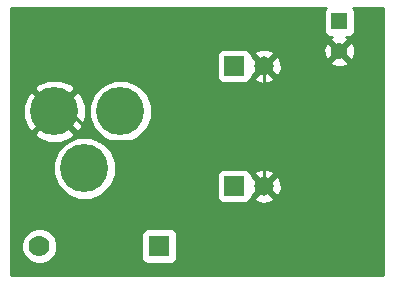
<source format=gbl>
G04 (created by PCBNEW (2013-june-11)-stable) date Sat 26 Oct 2013 23:01:24 ART*
%MOIN*%
G04 Gerber Fmt 3.4, Leading zero omitted, Abs format*
%FSLAX34Y34*%
G01*
G70*
G90*
G04 APERTURE LIST*
%ADD10C,0.00590551*%
%ADD11C,0.07*%
%ADD12R,0.07X0.07*%
%ADD13R,0.055X0.055*%
%ADD14C,0.055*%
%ADD15R,0.065X0.065*%
%ADD16C,0.065*%
%ADD17C,0.16*%
%ADD18C,0.035*%
%ADD19C,0.01*%
G04 APERTURE END LIST*
G54D10*
G54D11*
X76500Y-56500D03*
G54D12*
X80500Y-56500D03*
G54D13*
X86500Y-49000D03*
G54D14*
X86500Y-50000D03*
G54D15*
X83000Y-50500D03*
G54D16*
X84000Y-50500D03*
G54D15*
X83000Y-54500D03*
G54D16*
X84000Y-54500D03*
G54D17*
X79200Y-52000D03*
X77000Y-52000D03*
X78000Y-53900D03*
G54D18*
X77000Y-52000D03*
G54D19*
X77000Y-52000D02*
X77500Y-52000D01*
X78500Y-53000D02*
X84000Y-53000D01*
X77500Y-52000D02*
X78500Y-53000D01*
X84000Y-54500D02*
X84000Y-53000D01*
X84000Y-53000D02*
X84000Y-50500D01*
G54D10*
G36*
X87950Y-57450D02*
X87029Y-57450D01*
X87029Y-50075D01*
X87018Y-49867D01*
X86960Y-49727D01*
X86867Y-49702D01*
X86570Y-50000D01*
X86867Y-50297D01*
X86960Y-50272D01*
X87029Y-50075D01*
X87029Y-57450D01*
X86797Y-57450D01*
X86797Y-50367D01*
X86500Y-50070D01*
X86429Y-50141D01*
X86429Y-50000D01*
X86132Y-49702D01*
X86039Y-49727D01*
X85970Y-49924D01*
X85981Y-50132D01*
X86039Y-50272D01*
X86132Y-50297D01*
X86429Y-50000D01*
X86429Y-50141D01*
X86202Y-50367D01*
X86227Y-50460D01*
X86424Y-50529D01*
X86632Y-50518D01*
X86772Y-50460D01*
X86797Y-50367D01*
X86797Y-57450D01*
X84579Y-57450D01*
X84579Y-54587D01*
X84579Y-50587D01*
X84569Y-50359D01*
X84501Y-50197D01*
X84404Y-50166D01*
X84333Y-50237D01*
X84333Y-50095D01*
X84302Y-49998D01*
X84087Y-49920D01*
X83859Y-49930D01*
X83697Y-49998D01*
X83666Y-50095D01*
X84000Y-50429D01*
X84333Y-50095D01*
X84333Y-50237D01*
X84070Y-50500D01*
X84404Y-50833D01*
X84501Y-50802D01*
X84579Y-50587D01*
X84579Y-54587D01*
X84569Y-54359D01*
X84501Y-54197D01*
X84404Y-54166D01*
X84333Y-54237D01*
X84333Y-54095D01*
X84333Y-50904D01*
X84000Y-50570D01*
X83929Y-50641D01*
X83929Y-50500D01*
X83595Y-50166D01*
X83575Y-50173D01*
X83575Y-50125D01*
X83537Y-50033D01*
X83466Y-49963D01*
X83374Y-49925D01*
X83275Y-49924D01*
X82625Y-49924D01*
X82533Y-49962D01*
X82463Y-50033D01*
X82425Y-50125D01*
X82424Y-50224D01*
X82424Y-50874D01*
X82462Y-50966D01*
X82533Y-51036D01*
X82625Y-51074D01*
X82724Y-51075D01*
X83374Y-51075D01*
X83466Y-51037D01*
X83536Y-50966D01*
X83574Y-50874D01*
X83574Y-50826D01*
X83595Y-50833D01*
X83929Y-50500D01*
X83929Y-50641D01*
X83666Y-50904D01*
X83697Y-51001D01*
X83912Y-51079D01*
X84140Y-51069D01*
X84302Y-51001D01*
X84333Y-50904D01*
X84333Y-54095D01*
X84302Y-53998D01*
X84087Y-53920D01*
X83859Y-53930D01*
X83697Y-53998D01*
X83666Y-54095D01*
X84000Y-54429D01*
X84333Y-54095D01*
X84333Y-54237D01*
X84070Y-54500D01*
X84404Y-54833D01*
X84501Y-54802D01*
X84579Y-54587D01*
X84579Y-57450D01*
X84333Y-57450D01*
X84333Y-54904D01*
X84000Y-54570D01*
X83929Y-54641D01*
X83929Y-54500D01*
X83595Y-54166D01*
X83575Y-54173D01*
X83575Y-54125D01*
X83537Y-54033D01*
X83466Y-53963D01*
X83374Y-53925D01*
X83275Y-53924D01*
X82625Y-53924D01*
X82533Y-53962D01*
X82463Y-54033D01*
X82425Y-54125D01*
X82424Y-54224D01*
X82424Y-54874D01*
X82462Y-54966D01*
X82533Y-55036D01*
X82625Y-55074D01*
X82724Y-55075D01*
X83374Y-55075D01*
X83466Y-55037D01*
X83536Y-54966D01*
X83574Y-54874D01*
X83574Y-54826D01*
X83595Y-54833D01*
X83929Y-54500D01*
X83929Y-54641D01*
X83666Y-54904D01*
X83697Y-55001D01*
X83912Y-55079D01*
X84140Y-55069D01*
X84302Y-55001D01*
X84333Y-54904D01*
X84333Y-57450D01*
X81100Y-57450D01*
X81100Y-56800D01*
X81100Y-56100D01*
X81062Y-56008D01*
X80991Y-55938D01*
X80899Y-55900D01*
X80800Y-55899D01*
X80250Y-55899D01*
X80250Y-51792D01*
X80090Y-51406D01*
X79795Y-51110D01*
X79409Y-50950D01*
X78992Y-50949D01*
X78606Y-51109D01*
X78310Y-51404D01*
X78150Y-51790D01*
X78149Y-52207D01*
X78309Y-52594D01*
X78604Y-52889D01*
X78990Y-53049D01*
X79407Y-53050D01*
X79794Y-52890D01*
X80089Y-52595D01*
X80249Y-52209D01*
X80250Y-51792D01*
X80250Y-55899D01*
X80100Y-55899D01*
X80008Y-55937D01*
X79938Y-56008D01*
X79900Y-56100D01*
X79899Y-56199D01*
X79899Y-56899D01*
X79937Y-56991D01*
X80008Y-57061D01*
X80100Y-57099D01*
X80199Y-57100D01*
X80899Y-57100D01*
X80991Y-57062D01*
X81061Y-56991D01*
X81099Y-56899D01*
X81100Y-56800D01*
X81100Y-57450D01*
X79050Y-57450D01*
X79050Y-53692D01*
X78890Y-53306D01*
X78595Y-53010D01*
X78209Y-52850D01*
X78051Y-52850D01*
X78051Y-52201D01*
X78048Y-51783D01*
X77894Y-51411D01*
X77747Y-51323D01*
X77676Y-51394D01*
X77676Y-51252D01*
X77588Y-51105D01*
X77201Y-50948D01*
X76783Y-50951D01*
X76411Y-51105D01*
X76323Y-51252D01*
X77000Y-51929D01*
X77676Y-51252D01*
X77676Y-51394D01*
X77070Y-52000D01*
X77747Y-52676D01*
X77894Y-52588D01*
X78051Y-52201D01*
X78051Y-52850D01*
X77792Y-52849D01*
X77676Y-52897D01*
X77676Y-52747D01*
X77000Y-52070D01*
X76929Y-52141D01*
X76929Y-52000D01*
X76252Y-51323D01*
X76105Y-51411D01*
X75948Y-51798D01*
X75951Y-52216D01*
X76105Y-52588D01*
X76252Y-52676D01*
X76929Y-52000D01*
X76929Y-52141D01*
X76323Y-52747D01*
X76411Y-52894D01*
X76798Y-53051D01*
X77216Y-53048D01*
X77588Y-52894D01*
X77676Y-52747D01*
X77676Y-52897D01*
X77406Y-53009D01*
X77110Y-53304D01*
X76950Y-53690D01*
X76949Y-54107D01*
X77109Y-54494D01*
X77404Y-54789D01*
X77790Y-54949D01*
X78207Y-54950D01*
X78594Y-54790D01*
X78889Y-54495D01*
X79049Y-54109D01*
X79050Y-53692D01*
X79050Y-57450D01*
X77100Y-57450D01*
X77100Y-56381D01*
X77008Y-56160D01*
X76840Y-55991D01*
X76619Y-55900D01*
X76381Y-55899D01*
X76160Y-55991D01*
X75991Y-56159D01*
X75900Y-56380D01*
X75899Y-56618D01*
X75991Y-56839D01*
X76159Y-57008D01*
X76380Y-57099D01*
X76618Y-57100D01*
X76839Y-57008D01*
X77008Y-56840D01*
X77099Y-56619D01*
X77100Y-56381D01*
X77100Y-57450D01*
X75550Y-57450D01*
X75550Y-48550D01*
X86046Y-48550D01*
X86013Y-48583D01*
X85975Y-48675D01*
X85974Y-48774D01*
X85974Y-49324D01*
X86012Y-49416D01*
X86083Y-49486D01*
X86175Y-49524D01*
X86262Y-49525D01*
X86227Y-49539D01*
X86202Y-49632D01*
X86500Y-49929D01*
X86797Y-49632D01*
X86772Y-49539D01*
X86731Y-49525D01*
X86824Y-49525D01*
X86916Y-49487D01*
X86986Y-49416D01*
X87024Y-49324D01*
X87025Y-49225D01*
X87025Y-48675D01*
X86987Y-48583D01*
X86953Y-48550D01*
X87950Y-48550D01*
X87950Y-57450D01*
X87950Y-57450D01*
G37*
G54D19*
X87950Y-57450D02*
X87029Y-57450D01*
X87029Y-50075D01*
X87018Y-49867D01*
X86960Y-49727D01*
X86867Y-49702D01*
X86570Y-50000D01*
X86867Y-50297D01*
X86960Y-50272D01*
X87029Y-50075D01*
X87029Y-57450D01*
X86797Y-57450D01*
X86797Y-50367D01*
X86500Y-50070D01*
X86429Y-50141D01*
X86429Y-50000D01*
X86132Y-49702D01*
X86039Y-49727D01*
X85970Y-49924D01*
X85981Y-50132D01*
X86039Y-50272D01*
X86132Y-50297D01*
X86429Y-50000D01*
X86429Y-50141D01*
X86202Y-50367D01*
X86227Y-50460D01*
X86424Y-50529D01*
X86632Y-50518D01*
X86772Y-50460D01*
X86797Y-50367D01*
X86797Y-57450D01*
X84579Y-57450D01*
X84579Y-54587D01*
X84579Y-50587D01*
X84569Y-50359D01*
X84501Y-50197D01*
X84404Y-50166D01*
X84333Y-50237D01*
X84333Y-50095D01*
X84302Y-49998D01*
X84087Y-49920D01*
X83859Y-49930D01*
X83697Y-49998D01*
X83666Y-50095D01*
X84000Y-50429D01*
X84333Y-50095D01*
X84333Y-50237D01*
X84070Y-50500D01*
X84404Y-50833D01*
X84501Y-50802D01*
X84579Y-50587D01*
X84579Y-54587D01*
X84569Y-54359D01*
X84501Y-54197D01*
X84404Y-54166D01*
X84333Y-54237D01*
X84333Y-54095D01*
X84333Y-50904D01*
X84000Y-50570D01*
X83929Y-50641D01*
X83929Y-50500D01*
X83595Y-50166D01*
X83575Y-50173D01*
X83575Y-50125D01*
X83537Y-50033D01*
X83466Y-49963D01*
X83374Y-49925D01*
X83275Y-49924D01*
X82625Y-49924D01*
X82533Y-49962D01*
X82463Y-50033D01*
X82425Y-50125D01*
X82424Y-50224D01*
X82424Y-50874D01*
X82462Y-50966D01*
X82533Y-51036D01*
X82625Y-51074D01*
X82724Y-51075D01*
X83374Y-51075D01*
X83466Y-51037D01*
X83536Y-50966D01*
X83574Y-50874D01*
X83574Y-50826D01*
X83595Y-50833D01*
X83929Y-50500D01*
X83929Y-50641D01*
X83666Y-50904D01*
X83697Y-51001D01*
X83912Y-51079D01*
X84140Y-51069D01*
X84302Y-51001D01*
X84333Y-50904D01*
X84333Y-54095D01*
X84302Y-53998D01*
X84087Y-53920D01*
X83859Y-53930D01*
X83697Y-53998D01*
X83666Y-54095D01*
X84000Y-54429D01*
X84333Y-54095D01*
X84333Y-54237D01*
X84070Y-54500D01*
X84404Y-54833D01*
X84501Y-54802D01*
X84579Y-54587D01*
X84579Y-57450D01*
X84333Y-57450D01*
X84333Y-54904D01*
X84000Y-54570D01*
X83929Y-54641D01*
X83929Y-54500D01*
X83595Y-54166D01*
X83575Y-54173D01*
X83575Y-54125D01*
X83537Y-54033D01*
X83466Y-53963D01*
X83374Y-53925D01*
X83275Y-53924D01*
X82625Y-53924D01*
X82533Y-53962D01*
X82463Y-54033D01*
X82425Y-54125D01*
X82424Y-54224D01*
X82424Y-54874D01*
X82462Y-54966D01*
X82533Y-55036D01*
X82625Y-55074D01*
X82724Y-55075D01*
X83374Y-55075D01*
X83466Y-55037D01*
X83536Y-54966D01*
X83574Y-54874D01*
X83574Y-54826D01*
X83595Y-54833D01*
X83929Y-54500D01*
X83929Y-54641D01*
X83666Y-54904D01*
X83697Y-55001D01*
X83912Y-55079D01*
X84140Y-55069D01*
X84302Y-55001D01*
X84333Y-54904D01*
X84333Y-57450D01*
X81100Y-57450D01*
X81100Y-56800D01*
X81100Y-56100D01*
X81062Y-56008D01*
X80991Y-55938D01*
X80899Y-55900D01*
X80800Y-55899D01*
X80250Y-55899D01*
X80250Y-51792D01*
X80090Y-51406D01*
X79795Y-51110D01*
X79409Y-50950D01*
X78992Y-50949D01*
X78606Y-51109D01*
X78310Y-51404D01*
X78150Y-51790D01*
X78149Y-52207D01*
X78309Y-52594D01*
X78604Y-52889D01*
X78990Y-53049D01*
X79407Y-53050D01*
X79794Y-52890D01*
X80089Y-52595D01*
X80249Y-52209D01*
X80250Y-51792D01*
X80250Y-55899D01*
X80100Y-55899D01*
X80008Y-55937D01*
X79938Y-56008D01*
X79900Y-56100D01*
X79899Y-56199D01*
X79899Y-56899D01*
X79937Y-56991D01*
X80008Y-57061D01*
X80100Y-57099D01*
X80199Y-57100D01*
X80899Y-57100D01*
X80991Y-57062D01*
X81061Y-56991D01*
X81099Y-56899D01*
X81100Y-56800D01*
X81100Y-57450D01*
X79050Y-57450D01*
X79050Y-53692D01*
X78890Y-53306D01*
X78595Y-53010D01*
X78209Y-52850D01*
X78051Y-52850D01*
X78051Y-52201D01*
X78048Y-51783D01*
X77894Y-51411D01*
X77747Y-51323D01*
X77676Y-51394D01*
X77676Y-51252D01*
X77588Y-51105D01*
X77201Y-50948D01*
X76783Y-50951D01*
X76411Y-51105D01*
X76323Y-51252D01*
X77000Y-51929D01*
X77676Y-51252D01*
X77676Y-51394D01*
X77070Y-52000D01*
X77747Y-52676D01*
X77894Y-52588D01*
X78051Y-52201D01*
X78051Y-52850D01*
X77792Y-52849D01*
X77676Y-52897D01*
X77676Y-52747D01*
X77000Y-52070D01*
X76929Y-52141D01*
X76929Y-52000D01*
X76252Y-51323D01*
X76105Y-51411D01*
X75948Y-51798D01*
X75951Y-52216D01*
X76105Y-52588D01*
X76252Y-52676D01*
X76929Y-52000D01*
X76929Y-52141D01*
X76323Y-52747D01*
X76411Y-52894D01*
X76798Y-53051D01*
X77216Y-53048D01*
X77588Y-52894D01*
X77676Y-52747D01*
X77676Y-52897D01*
X77406Y-53009D01*
X77110Y-53304D01*
X76950Y-53690D01*
X76949Y-54107D01*
X77109Y-54494D01*
X77404Y-54789D01*
X77790Y-54949D01*
X78207Y-54950D01*
X78594Y-54790D01*
X78889Y-54495D01*
X79049Y-54109D01*
X79050Y-53692D01*
X79050Y-57450D01*
X77100Y-57450D01*
X77100Y-56381D01*
X77008Y-56160D01*
X76840Y-55991D01*
X76619Y-55900D01*
X76381Y-55899D01*
X76160Y-55991D01*
X75991Y-56159D01*
X75900Y-56380D01*
X75899Y-56618D01*
X75991Y-56839D01*
X76159Y-57008D01*
X76380Y-57099D01*
X76618Y-57100D01*
X76839Y-57008D01*
X77008Y-56840D01*
X77099Y-56619D01*
X77100Y-56381D01*
X77100Y-57450D01*
X75550Y-57450D01*
X75550Y-48550D01*
X86046Y-48550D01*
X86013Y-48583D01*
X85975Y-48675D01*
X85974Y-48774D01*
X85974Y-49324D01*
X86012Y-49416D01*
X86083Y-49486D01*
X86175Y-49524D01*
X86262Y-49525D01*
X86227Y-49539D01*
X86202Y-49632D01*
X86500Y-49929D01*
X86797Y-49632D01*
X86772Y-49539D01*
X86731Y-49525D01*
X86824Y-49525D01*
X86916Y-49487D01*
X86986Y-49416D01*
X87024Y-49324D01*
X87025Y-49225D01*
X87025Y-48675D01*
X86987Y-48583D01*
X86953Y-48550D01*
X87950Y-48550D01*
X87950Y-57450D01*
M02*

</source>
